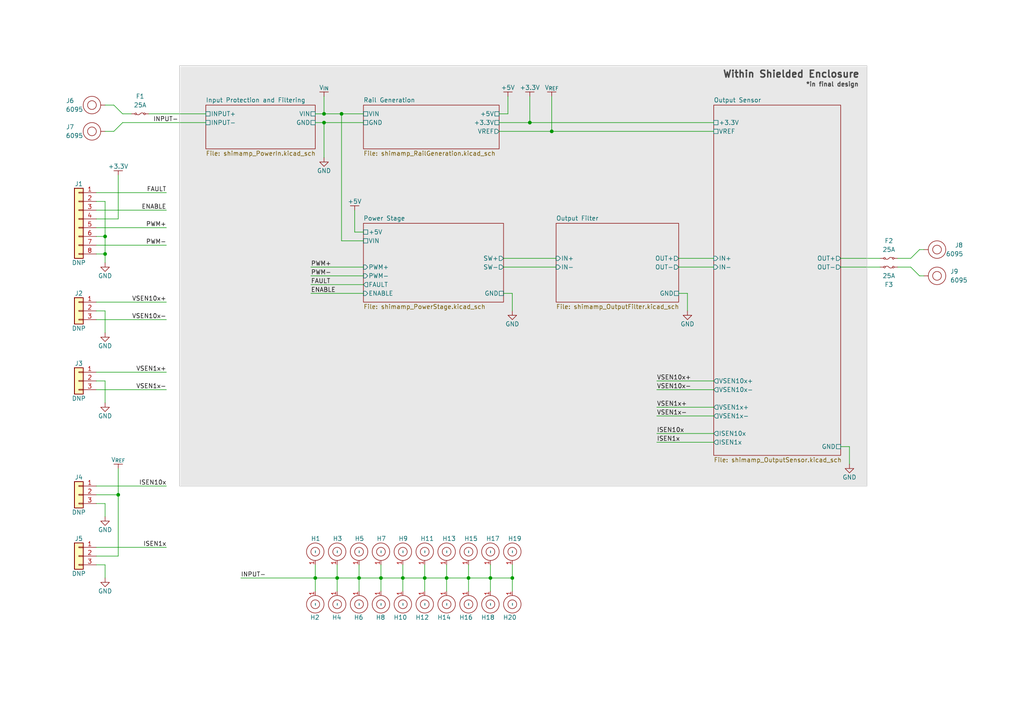
<source format=kicad_sch>
(kicad_sch (version 20230121) (generator eeschema)
  (paper "A4")
  (title_block (title "Shim Amplifier Prototype") (date "2023-08-01") (rev "A.1") (company "Ishaan Govindarajan"))
  (lib_symbols
    (symbol "Connector_Generic:Conn_01x03" (pin_names (offset 1.016) hide)
      (property "Reference" "J" (at 0 5.08 0))
      (property "Value" "Conn_01x03" (at 0 -5.08 0))
      (symbol "Conn_01x03_1_1"
        (rectangle (start -1.27 -2.413) (end 0 -2.667) (stroke (width 0.1524)))
        (rectangle (start -1.27 0.127) (end 0 -0.127) (stroke (width 0.1524)))
        (rectangle (start -1.27 2.667) (end 0 2.413) (stroke (width 0.1524)))
        (rectangle (start -1.27 3.81) (end 1.27 -3.81) (stroke (width 0.254)) (fill (type background)))
        (pin passive line (at -5.08 2.54 0) (length 3.81) (name "Pin_1") (number "1"))
        (pin passive line (at -5.08 0 0) (length 3.81) (name "Pin_2") (number "2"))
        (pin passive line (at -5.08 -2.54 0) (length 3.81) (name "Pin_3") (number "3"))
      )
    )
    (symbol "Connector_Generic:Conn_01x08" (pin_names (offset 1.016) hide)
      (property "Reference" "J" (at 0 10.16 0))
      (property "Value" "Conn_01x08" (at 0 -12.7 0))
      (symbol "Conn_01x08_1_1"
        (rectangle (start -1.27 -10.033) (end 0 -10.287) (stroke (width 0.1524)))
        (rectangle (start -1.27 -7.493) (end 0 -7.747) (stroke (width 0.1524)))
        (rectangle (start -1.27 -4.953) (end 0 -5.207) (stroke (width 0.1524)))
        (rectangle (start -1.27 -2.413) (end 0 -2.667) (stroke (width 0.1524)))
        (rectangle (start -1.27 0.127) (end 0 -0.127) (stroke (width 0.1524)))
        (rectangle (start -1.27 2.667) (end 0 2.413) (stroke (width 0.1524)))
        (rectangle (start -1.27 5.207) (end 0 4.953) (stroke (width 0.1524)))
        (rectangle (start -1.27 7.747) (end 0 7.493) (stroke (width 0.1524)))
        (rectangle (start -1.27 8.89) (end 1.27 -11.43) (stroke (width 0.254)) (fill (type background)))
        (pin passive line (at -5.08 7.62 0) (length 3.81) (name "Pin_1") (number "1"))
        (pin passive line (at -5.08 5.08 0) (length 3.81) (name "Pin_2") (number "2"))
        (pin passive line (at -5.08 2.54 0) (length 3.81) (name "Pin_3") (number "3"))
        (pin passive line (at -5.08 0 0) (length 3.81) (name "Pin_4") (number "4"))
        (pin passive line (at -5.08 -2.54 0) (length 3.81) (name "Pin_5") (number "5"))
        (pin passive line (at -5.08 -5.08 0) (length 3.81) (name "Pin_6") (number "6"))
        (pin passive line (at -5.08 -7.62 0) (length 3.81) (name "Pin_7") (number "7"))
        (pin passive line (at -5.08 -10.16 0) (length 3.81) (name "Pin_8") (number "8"))
      )
    )
    (symbol "Custom-CircuitProtection:0685H9250-01" (pin_numbers hide) (pin_names (offset 0.254) hide)
      (property "Reference" "F" (at 0 -1.524 0))
      (property "Value" "25A" (at 0 1.524 0))
      (symbol "0685H9250-01_0_1"
        (circle (center -1.27 0) (radius 0.254))
        (arc (start -1.016 -0.127) (mid -0.4817 -0.2737) (end 0 0))
        (arc (start 1.016 0.127) (mid 0.4818 0.2727) (end 0 0))
        (circle (center 1.27 0) (radius 0.254))
      )
      (symbol "0685H9250-01_1_1"
        (pin passive line (at -2.54 0 0) (length 0.9525) (name "~") (number "1"))
        (pin passive line (at 2.54 0 180) (length 0.9525) (name "~") (number "2"))
      )
    )
    (symbol "Custom-Connector:KEYSTONE-6095"
      (property "Reference" "J" (at -2.54 2.54 0))
      (property "Value" "6095" (at 0 -3.81 0))
      (symbol "KEYSTONE-6095_0_1"
        (circle (center 0 0) (radius 1.27))
        (circle (center 0 0) (radius 2.54))
      )
      (symbol "KEYSTONE-6095_1_1"
        (pin passive line (at -3.81 0 0) (length 1.27) (name "") (number "1"))
      )
    )
    (symbol "Custom-Mechanical:PTH" (in_bom no)
      (property "Reference" "H" (at 0 3.81 0))
      (symbol "PTH_0_1"
        (circle (center 0 0) (radius 1.27))
        (circle (center 0 0) (radius 2.54))
      )
      (symbol "PTH_1_1"
        (pin input line (at 3.81 0 180) (length 1.25) (name "") (number "1"))
      )
    )
    (symbol "Custom-PwrSym:+3.3V" (power) (pin_names (offset 0))
      (property "Value" "+3.3V" (at 0 2.54 0))
      (symbol "+3.3V_0_1"
        (polyline (pts (xy -1.27 1.27) (xy 1.27 1.27)))
        (polyline (pts (xy 0 0) (xy 0 1.27)))
      )
      (symbol "+3.3V_1_1"
        (pin power_in line (at 0 0 90) (length 0) hide (name "+3.3V") (number "1"))
      )
    )
    (symbol "Custom-PwrSym:+5V" (power) (pin_names (offset 0))
      (property "Value" "+5V" (at 0 2.54 0))
      (symbol "+5V_0_1"
        (polyline (pts (xy -1.27 1.27) (xy 1.27 1.27)))
        (polyline (pts (xy 0 0) (xy 0 1.27)))
      )
      (symbol "+5V_1_1"
        (pin power_in line (at 0 0 90) (length 0) hide (name "+5V") (number "1"))
      )
    )
    (symbol "Custom-PwrSym:VIN" (power) (pin_names (offset 0))
      (property "Value" "V_{IN}" (at 0 2.54 0))
      (symbol "VIN_0_1"
        (polyline (pts (xy -1.27 1.27) (xy 1.27 1.27)))
        (polyline (pts (xy 0 0) (xy 0 1.27)))
      )
      (symbol "VIN_1_1"
        (pin power_in line (at 0 0 90) (length 0) hide (name "V_{IN}") (number "1"))
      )
    )
    (symbol "Custom-PwrSym:VREF" (power) (pin_names (offset 0))
      (property "Value" "V_{REF}" (at 0 2.54 0))
      (symbol "VREF_0_1"
        (polyline (pts (xy -1.27 1.27) (xy 1.27 1.27)))
        (polyline (pts (xy 0 0) (xy 0 1.27)))
      )
      (symbol "VREF_1_1"
        (pin power_in line (at 0 0 90) (length 0) hide (name "V_{REF}") (number "1"))
      )
    )
    (symbol "power:GND" (power) (pin_names (offset 0))
      (property "Value" "GND" (at 0 -3.81 0))
      (symbol "GND_0_1"
        (polyline (pts (xy 0 0) (xy 0 -1.27) (xy 1.27 -1.27) (xy 0 -2.54) (xy -1.27 -1.27) (xy 0 -1.27)))
      )
      (symbol "GND_1_1"
        (pin power_in line (at 0 0 270) (length 0) hide (name "GND") (number "1"))
      )
    )
  )
  (junction (at 34.29 143.51))
  (junction (at 30.48 73.66))
  (junction (at 123.19 167.64))
  (junction (at 104.14 167.64))
  (junction (at 99.06 33.02))
  (junction (at 129.54 167.64))
  (junction (at 91.44 167.64))
  (junction (at 148.59 167.64))
  (junction (at 30.48 68.58))
  (junction (at 110.49 167.64))
  (junction (at 135.89 167.64))
  (junction (at 116.84 167.64))
  (junction (at 93.98 33.02))
  (junction (at 160.02 38.1))
  (junction (at 93.98 35.56))
  (junction (at 153.67 35.56))
  (junction (at 142.24 167.64))
  (junction (at 97.79 167.64))
  (wire (pts (xy 243.84 74.93) (xy 255.27 74.93)))
  (wire (pts (xy 196.85 77.47) (xy 207.01 77.47)))
  (wire (pts (xy 34.29 143.51) (xy 34.29 135.89)))
  (wire (pts (xy 91.44 33.02) (xy 93.98 33.02)))
  (wire (pts (xy 33.02 38.1) (xy 35.56 35.56)))
  (wire (pts (xy 144.78 33.02) (xy 147.32 33.02)))
  (wire (pts (xy 146.05 85.09) (xy 148.59 85.09)))
  (wire (pts (xy 97.79 167.64) (xy 97.79 171.45)))
  (wire (pts (xy 27.94 107.95) (xy 48.26 107.95)))
  (wire (pts (xy 199.39 85.09) (xy 199.39 90.17)))
  (wire (pts (xy 160.02 27.94) (xy 160.02 38.1)))
  (wire (pts (xy 196.85 74.93) (xy 207.01 74.93)))
  (wire (pts (xy 99.06 33.02) (xy 105.41 33.02)))
  (wire (pts (xy 110.49 167.64) (xy 116.84 167.64)))
  (wire (pts (xy 260.35 74.93) (xy 264.16 74.93)))
  (wire (pts (xy 30.48 163.83) (xy 30.48 167.64)))
  (wire (pts (xy 207.01 128.27) (xy 190.5 128.27)))
  (wire (pts (xy 153.67 27.94) (xy 153.67 35.56)))
  (wire (pts (xy 27.94 55.88) (xy 48.26 55.88)))
  (wire (pts (xy 30.48 110.49) (xy 30.48 116.84)))
  (wire (pts (xy 93.98 27.94) (xy 93.98 33.02)))
  (wire (pts (xy 27.94 140.97) (xy 48.26 140.97)))
  (wire (pts (xy 35.56 33.02) (xy 38.1 33.02)))
  (wire (pts (xy 196.85 85.09) (xy 199.39 85.09)))
  (wire (pts (xy 105.41 69.85) (xy 99.06 69.85)))
  (wire (pts (xy 104.14 167.64) (xy 110.49 167.64)))
  (wire (pts (xy 99.06 69.85) (xy 99.06 33.02)))
  (wire (pts (xy 123.19 167.64) (xy 129.54 167.64)))
  (wire (pts (xy 266.7 80.01) (xy 267.97 80.01)))
  (wire (pts (xy 91.44 167.64) (xy 97.79 167.64)))
  (wire (pts (xy 135.89 167.64) (xy 135.89 171.45)))
  (wire (pts (xy 160.02 38.1) (xy 207.01 38.1)))
  (wire (pts (xy 207.01 125.73) (xy 190.5 125.73)))
  (wire (pts (xy 207.01 120.65) (xy 190.5 120.65)))
  (wire (pts (xy 104.14 163.83) (xy 104.14 167.64)))
  (wire (pts (xy 135.89 167.64) (xy 142.24 167.64)))
  (wire (pts (xy 129.54 167.64) (xy 135.89 167.64)))
  (wire (pts (xy 27.94 110.49) (xy 30.48 110.49)))
  (wire (pts (xy 27.94 68.58) (xy 30.48 68.58)))
  (wire (pts (xy 27.94 63.5) (xy 34.29 63.5)))
  (wire (pts (xy 91.44 167.64) (xy 91.44 171.45)))
  (wire (pts (xy 146.05 74.93) (xy 161.29 74.93)))
  (wire (pts (xy 135.89 163.83) (xy 135.89 167.64)))
  (wire (pts (xy 30.48 38.1) (xy 33.02 38.1)))
  (wire (pts (xy 27.94 92.71) (xy 48.26 92.71)))
  (wire (pts (xy 27.94 158.75) (xy 48.26 158.75)))
  (wire (pts (xy 27.94 71.12) (xy 48.26 71.12)))
  (wire (pts (xy 116.84 167.64) (xy 123.19 167.64)))
  (wire (pts (xy 30.48 68.58) (xy 30.48 73.66)))
  (wire (pts (xy 97.79 167.64) (xy 104.14 167.64)))
  (wire (pts (xy 243.84 129.54) (xy 246.38 129.54)))
  (wire (pts (xy 153.67 35.56) (xy 207.01 35.56)))
  (wire (pts (xy 123.19 163.83) (xy 123.19 167.64)))
  (wire (pts (xy 30.48 146.05) (xy 30.48 149.86)))
  (wire (pts (xy 147.32 33.02) (xy 147.32 27.94)))
  (wire (pts (xy 35.56 33.02) (xy 33.02 30.48)))
  (wire (pts (xy 116.84 167.64) (xy 116.84 171.45)))
  (wire (pts (xy 93.98 35.56) (xy 105.41 35.56)))
  (wire (pts (xy 93.98 33.02) (xy 99.06 33.02)))
  (wire (pts (xy 90.17 85.09) (xy 105.41 85.09)))
  (wire (pts (xy 27.94 58.42) (xy 30.48 58.42)))
  (wire (pts (xy 91.44 35.56) (xy 93.98 35.56)))
  (wire (pts (xy 102.87 67.31) (xy 105.41 67.31)))
  (wire (pts (xy 93.98 35.56) (xy 93.98 45.72)))
  (wire (pts (xy 207.01 110.49) (xy 190.5 110.49)))
  (wire (pts (xy 110.49 163.83) (xy 110.49 167.64)))
  (wire (pts (xy 142.24 167.64) (xy 148.59 167.64)))
  (wire (pts (xy 267.97 72.39) (xy 266.7 72.39)))
  (wire (pts (xy 142.24 163.83) (xy 142.24 167.64)))
  (wire (pts (xy 129.54 163.83) (xy 129.54 167.64)))
  (wire (pts (xy 104.14 167.64) (xy 104.14 171.45)))
  (wire (pts (xy 27.94 73.66) (xy 30.48 73.66)))
  (wire (pts (xy 27.94 161.29) (xy 34.29 161.29)))
  (wire (pts (xy 144.78 35.56) (xy 153.67 35.56)))
  (wire (pts (xy 260.35 77.47) (xy 264.16 77.47)))
  (wire (pts (xy 27.94 60.96) (xy 48.26 60.96)))
  (wire (pts (xy 110.49 167.64) (xy 110.49 171.45)))
  (wire (pts (xy 34.29 50.8) (xy 34.29 63.5)))
  (wire (pts (xy 30.48 73.66) (xy 30.48 76.2)))
  (wire (pts (xy 142.24 167.64) (xy 142.24 171.45)))
  (wire (pts (xy 207.01 113.03) (xy 190.5 113.03)))
  (wire (pts (xy 97.79 163.83) (xy 97.79 167.64)))
  (wire (pts (xy 129.54 167.64) (xy 129.54 171.45)))
  (wire (pts (xy 264.16 77.47) (xy 266.7 80.01)))
  (wire (pts (xy 264.16 74.93) (xy 266.7 72.39)))
  (wire (pts (xy 91.44 163.83) (xy 91.44 167.64)))
  (wire (pts (xy 148.59 167.64) (xy 148.59 171.45)))
  (wire (pts (xy 35.56 35.56) (xy 59.69 35.56)))
  (wire (pts (xy 90.17 77.47) (xy 105.41 77.47)))
  (wire (pts (xy 30.48 90.17) (xy 30.48 96.52)))
  (wire (pts (xy 27.94 90.17) (xy 30.48 90.17)))
  (wire (pts (xy 69.85 167.64) (xy 91.44 167.64)))
  (wire (pts (xy 90.17 82.55) (xy 105.41 82.55)))
  (wire (pts (xy 243.84 77.47) (xy 255.27 77.47)))
  (wire (pts (xy 27.94 146.05) (xy 30.48 146.05)))
  (wire (pts (xy 34.29 161.29) (xy 34.29 143.51)))
  (wire (pts (xy 146.05 77.47) (xy 161.29 77.47)))
  (wire (pts (xy 246.38 129.54) (xy 246.38 134.62)))
  (wire (pts (xy 148.59 163.83) (xy 148.59 167.64)))
  (wire (pts (xy 27.94 87.63) (xy 48.26 87.63)))
  (wire (pts (xy 90.17 80.01) (xy 105.41 80.01)))
  (wire (pts (xy 102.87 60.96) (xy 102.87 67.31)))
  (wire (pts (xy 27.94 66.04) (xy 48.26 66.04)))
  (wire (pts (xy 123.19 167.64) (xy 123.19 171.45)))
  (wire (pts (xy 207.01 118.11) (xy 190.5 118.11)))
  (wire (pts (xy 43.18 33.02) (xy 59.69 33.02)))
  (wire (pts (xy 27.94 113.03) (xy 48.26 113.03)))
  (wire (pts (xy 30.48 58.42) (xy 30.48 68.58)))
  (wire (pts (xy 27.94 143.51) (xy 34.29 143.51)))
  (wire (pts (xy 116.84 163.83) (xy 116.84 167.64)))
  (wire (pts (xy 27.94 163.83) (xy 30.48 163.83)))
  (wire (pts (xy 144.78 38.1) (xy 160.02 38.1)))
  (wire (pts (xy 148.59 85.09) (xy 148.59 90.17)))
  (wire (pts (xy 30.48 30.48) (xy 33.02 30.48)))
  (rectangle (start 52.07 19.05) (end 251.46 140.97) (stroke (width 0) (color 194 194 194 1)) (fill (type color) (color 232 232 232 1)))
  (text "*in final design" (at 233.68 25.4 0) (effects (font (size 1.27 1.27) (thickness 0.254) bold) (justify left bottom)))
  (text "Within Shielded Enclosure" (at 209.55 22.86 0) (effects (font (size 2 2) (thickness 0.4) bold) (justify left bottom)))
  (label "VSEN10x-" (at 48.26 92.71 180))
  (label "VSEN1x+" (at 48.26 107.95 180))
  (label "ISEN1x" (at 48.26 158.75 180))
  (label "ISEN10x" (at 48.26 140.97 180))
  (label "VSEN10x+" (at 190.5 110.49 0))
  (label "FAULT" (at 48.26 55.88 180))
  (label "ISEN10x" (at 190.5 125.73 0))
  (label "VSEN10x+" (at 48.26 87.63 180))
  (label "VSEN10x-" (at 190.5 113.03 0))
  (label "PWM+" (at 90.17 77.47 0))
  (label "PWM-" (at 90.17 80.01 0))
  (label "VSEN1x+" (at 190.5 118.11 0))
  (label "ENABLE" (at 90.17 85.09 0))
  (label "VSEN1x-" (at 48.26 113.03 180))
  (label "INPUT-" (at 69.85 167.64 0))
  (label "PWM+" (at 48.26 66.04 180))
  (label "INPUT-" (at 44.45 35.56 0))
  (label "FAULT" (at 90.17 82.55 0))
  (label "PWM-" (at 48.26 71.12 180))
  (label "ISEN1x" (at 190.5 128.27 0))
  (label "ENABLE" (at 48.26 60.96 180))
  (label "VSEN1x-" (at 190.5 120.65 0))
  (symbol (lib_id "Connector_Generic:Conn_01x03") (at 22.86 143.51 0) (mirror y) (unit 1)
    (property "Reference" "J4" (at 22.86 138.43 0))
    (property "Value" "DNP" (at 22.86 148.59 0))
    (property "Footprint" "Connector_PinHeader_2.54mm:PinHeader_1x03_P2.54mm_Vertical" (effects hide))
  )
  (symbol (lib_id "Custom-PwrSym:VIN") (at 93.98 27.94 0) (unit 1)
    (property "Reference" "#PWR08" (effects hide))
    (property "Value" "V_{IN}" (at 93.98 25.4 0))
  )
  (symbol (lib_id "Custom-Mechanical:PTH") (at 142.24 160.02 270) (unit 1) (in_bom no)
    (property "Reference" "H17" (at 140.97 156.21 90) (effects (justify left)))
    (property "Value" "~" (at 142.24 160.02 0))
    (property "Footprint" "Custom-Mechanical:MountingHole-3mm_small_annulus" (effects hide))
  )
  (symbol (lib_id "Connector_Generic:Conn_01x03") (at 22.86 90.17 0) (mirror y) (unit 1)
    (property "Reference" "J2" (at 22.86 85.09 0))
    (property "Value" "DNP" (at 22.86 95.25 0))
    (property "Footprint" "Connector_PinHeader_2.54mm:PinHeader_1x03_P2.54mm_Vertical" (effects hide))
  )
  (symbol (lib_id "Custom-Mechanical:PTH") (at 116.84 175.26 90) (unit 1) (in_bom no)
    (property "Reference" "H10" (at 118.11 179.07 90) (effects (justify left)))
    (property "Value" "~" (at 116.84 175.26 0))
    (property "Footprint" "Custom-Mechanical:MountingHole-3mm_small_annulus" (effects hide))
  )
  (symbol (lib_id "power:GND") (at 199.39 90.17 0) (unit 1)
    (property "Reference" "#PWR015" (effects hide))
    (property "Value" "GND" (at 199.39 93.98 0))
  )
  (symbol (lib_id "Custom-PwrSym:+5V") (at 102.87 60.96 0) (unit 1)
    (property "Reference" "#PWR010" (effects hide))
    (property "Value" "+5V" (at 102.87 58.42 0))
  )
  (symbol (lib_id "Custom-Mechanical:PTH") (at 142.24 175.26 90) (unit 1) (in_bom no)
    (property "Reference" "H18" (at 143.51 179.07 90) (effects (justify left)))
    (property "Value" "~" (at 142.24 175.26 0))
    (property "Footprint" "Custom-Mechanical:MountingHole-3mm_small_annulus" (effects hide))
  )
  (symbol (lib_id "Connector_Generic:Conn_01x08") (at 22.86 63.5 0) (mirror y) (unit 1)
    (property "Reference" "J1" (at 22.86 53.34 0))
    (property "Value" "DNP" (at 22.86 76.2 0))
    (property "Footprint" "Connector_PinHeader_2.54mm:PinHeader_1x08_P2.54mm_Vertical" (effects hide))
  )
  (symbol (lib_id "Custom-Mechanical:PTH") (at 104.14 160.02 270) (unit 1) (in_bom no)
    (property "Reference" "H5" (at 102.87 156.21 90) (effects (justify left)))
    (property "Value" "~" (at 104.14 160.02 0))
    (property "Footprint" "Custom-Mechanical:MountingHole-3mm_small_annulus" (effects hide))
  )
  (symbol (lib_id "Custom-Connector:KEYSTONE-6095") (at 26.67 38.1 0) (mirror y) (unit 1)
    (property "Reference" "J7" (at 20.32 36.83 0))
    (property "Value" "6095" (at 21.59 39.37 0))
    (property "Footprint" "Custom-Electromechanical:Keystone 6095" (effects hide))
    (property "Datasheet" "https://www.keyelco.com/userAssets/file/M65p111.pdf" (effects hide))
    (property "Manufacturer" "Keystone Electronics" (effects hide))
    (property "Part Number" "6095" (effects hide))
  )
  (symbol (lib_id "Custom-PwrSym:+3.3V") (at 34.29 50.8 0) (unit 1)
    (property "Reference" "#PWR06" (effects hide))
    (property "Value" "+3.3V" (at 34.29 48.26 0))
  )
  (symbol (lib_id "Custom-Mechanical:PTH") (at 129.54 175.26 90) (unit 1) (in_bom no)
    (property "Reference" "H14" (at 130.81 179.07 90) (effects (justify left)))
    (property "Value" "~" (at 129.54 175.26 0))
    (property "Footprint" "Custom-Mechanical:MountingHole-3mm_small_annulus" (effects hide))
  )
  (symbol (lib_id "Custom-PwrSym:+3.3V") (at 153.67 27.94 0) (unit 1)
    (property "Reference" "#PWR013" (effects hide))
    (property "Value" "+3.3V" (at 153.67 25.4 0))
  )
  (symbol (lib_id "power:GND") (at 148.59 90.17 0) (unit 1)
    (property "Reference" "#PWR012" (effects hide))
    (property "Value" "GND" (at 148.59 93.98 0))
  )
  (symbol (lib_id "Custom-CircuitProtection:0685H9250-01") (at 40.64 33.02 0) (unit 1)
    (property "Reference" "F1" (at 40.64 27.94 0))
    (property "Value" "25A" (at 40.64 30.48 0))
    (property "Footprint" "Fuse:Fuse_1206_3216Metric_Pad1.42x1.75mm_HandSolder" (effects hide))
    (property "Datasheet" "https://www.belfuse.com/resources/datasheets/circuitprotection/ds-cp-c1h-series.pdf" (effects hide))
    (property "Manufacturer" "Bel Fuse Inc." (effects hide))
    (property "Part Number" "0685H9250-01" (effects hide))
  )
  (symbol (lib_id "Custom-Mechanical:PTH") (at 91.44 175.26 90) (unit 1) (in_bom no)
    (property "Reference" "H2" (at 92.71 179.07 90) (effects (justify left)))
    (property "Value" "~" (at 91.44 175.26 0))
    (property "Footprint" "Custom-Mechanical:MountingHole-3mm_small_annulus" (effects hide))
  )
  (symbol (lib_id "power:GND") (at 30.48 149.86 0) (unit 1)
    (property "Reference" "#PWR04" (effects hide))
    (property "Value" "GND" (at 30.48 153.67 0))
  )
  (symbol (lib_id "Custom-Connector:KEYSTONE-6095") (at 271.78 72.39 0) (unit 1)
    (property "Reference" "J8" (at 278.13 71.12 0))
    (property "Value" "6095" (at 276.86 73.66 0))
    (property "Footprint" "Custom-Electromechanical:Keystone 6095" (effects hide))
    (property "Datasheet" "https://www.keyelco.com/userAssets/file/M65p111.pdf" (effects hide))
    (property "Manufacturer" "Keystone Electronics" (effects hide))
    (property "Part Number" "6095" (effects hide))
  )
  (symbol (lib_id "Custom-Mechanical:PTH") (at 104.14 175.26 90) (unit 1) (in_bom no)
    (property "Reference" "H6" (at 105.41 179.07 90) (effects (justify left)))
    (property "Value" "~" (at 104.14 175.26 0))
    (property "Footprint" "Custom-Mechanical:MountingHole-3mm_small_annulus" (effects hide))
  )
  (symbol (lib_id "Custom-Mechanical:PTH") (at 123.19 160.02 270) (unit 1) (in_bom no)
    (property "Reference" "H11" (at 121.92 156.21 90) (effects (justify left)))
    (property "Value" "~" (at 123.19 160.02 0))
    (property "Footprint" "Custom-Mechanical:MountingHole-3mm_small_annulus" (effects hide))
  )
  (symbol (lib_id "power:GND") (at 30.48 96.52 0) (unit 1)
    (property "Reference" "#PWR02" (effects hide))
    (property "Value" "GND" (at 30.48 100.33 0))
  )
  (symbol (lib_id "power:GND") (at 246.38 134.62 0) (unit 1)
    (property "Reference" "#PWR016" (effects hide))
    (property "Value" "GND" (at 246.38 138.43 0))
  )
  (symbol (lib_id "Custom-Mechanical:PTH") (at 116.84 160.02 270) (unit 1) (in_bom no)
    (property "Reference" "H9" (at 115.57 156.21 90) (effects (justify left)))
    (property "Value" "~" (at 116.84 160.02 0))
    (property "Footprint" "Custom-Mechanical:MountingHole-3mm_small_annulus" (effects hide))
  )
  (symbol (lib_id "Custom-PwrSym:+5V") (at 147.32 27.94 0) (unit 1)
    (property "Reference" "#PWR011" (effects hide))
    (property "Value" "+5V" (at 147.32 25.4 0))
  )
  (symbol (lib_id "Custom-Mechanical:PTH") (at 110.49 175.26 90) (unit 1) (in_bom no)
    (property "Reference" "H8" (at 111.76 179.07 90) (effects (justify left)))
    (property "Value" "~" (at 110.49 175.26 0))
    (property "Footprint" "Custom-Mechanical:MountingHole-3mm_small_annulus" (effects hide))
  )
  (symbol (lib_id "Custom-Connector:KEYSTONE-6095") (at 271.78 80.01 0) (unit 1)
    (property "Reference" "J9" (at 275.59 78.74 0) (effects (justify left)))
    (property "Value" "6095" (at 275.59 81.28 0) (effects (justify left)))
    (property "Footprint" "Custom-Electromechanical:Keystone 6095" (effects hide))
    (property "Datasheet" "https://www.keyelco.com/userAssets/file/M65p111.pdf" (effects hide))
    (property "Manufacturer" "Keystone Electronics" (effects hide))
    (property "Part Number" "6095" (effects hide))
  )
  (symbol (lib_id "Custom-Mechanical:PTH") (at 148.59 160.02 270) (unit 1) (in_bom no)
    (property "Reference" "H19" (at 147.32 156.21 90) (effects (justify left)))
    (property "Value" "~" (at 148.59 160.02 0))
    (property "Footprint" "Custom-Mechanical:MountingHole-3mm_small_annulus" (effects hide))
  )
  (symbol (lib_id "Custom-Mechanical:PTH") (at 110.49 160.02 270) (unit 1) (in_bom no)
    (property "Reference" "H7" (at 109.22 156.21 90) (effects (justify left)))
    (property "Value" "~" (at 110.49 160.02 0))
    (property "Footprint" "Custom-Mechanical:MountingHole-3mm_small_annulus" (effects hide))
  )
  (symbol (lib_id "Custom-Mechanical:PTH") (at 148.59 175.26 90) (unit 1) (in_bom no)
    (property "Reference" "H20" (at 149.86 179.07 90) (effects (justify left)))
    (property "Value" "~" (at 148.59 175.26 0))
    (property "Footprint" "Custom-Mechanical:MountingHole-3mm_small_annulus" (effects hide))
  )
  (symbol (lib_id "Custom-CircuitProtection:0685H9250-01") (at 257.81 74.93 0) (unit 1)
    (property "Reference" "F2" (at 257.81 69.85 0))
    (property "Value" "25A" (at 257.81 72.39 0))
    (property "Footprint" "Fuse:Fuse_1206_3216Metric_Pad1.42x1.75mm_HandSolder" (effects hide))
    (property "Datasheet" "https://www.belfuse.com/resources/datasheets/circuitprotection/ds-cp-c1h-series.pdf" (effects hide))
    (property "Manufacturer" "Bel Fuse Inc." (effects hide))
    (property "Part Number" "0685H9250-01" (effects hide))
  )
  (symbol (lib_id "Custom-Mechanical:PTH") (at 135.89 160.02 270) (unit 1) (in_bom no)
    (property "Reference" "H15" (at 134.62 156.21 90) (effects (justify left)))
    (property "Value" "~" (at 135.89 160.02 0))
    (property "Footprint" "Custom-Mechanical:MountingHole-3mm_small_annulus" (effects hide))
  )
  (symbol (lib_id "Custom-Mechanical:PTH") (at 129.54 160.02 270) (unit 1) (in_bom no)
    (property "Reference" "H13" (at 128.27 156.21 90) (effects (justify left)))
    (property "Value" "~" (at 129.54 160.02 0))
    (property "Footprint" "Custom-Mechanical:MountingHole-3mm_small_annulus" (effects hide))
  )
  (symbol (lib_id "Custom-CircuitProtection:0685H9250-01") (at 257.81 77.47 0) (mirror x) (unit 1)
    (property "Reference" "F3" (at 257.81 82.55 0))
    (property "Value" "25A" (at 257.81 80.01 0))
    (property "Footprint" "Fuse:Fuse_1206_3216Metric_Pad1.42x1.75mm_HandSolder" (effects hide))
    (property "Datasheet" "https://www.belfuse.com/resources/datasheets/circuitprotection/ds-cp-c1h-series.pdf" (effects hide))
    (property "Manufacturer" "Bel Fuse Inc." (effects hide))
    (property "Part Number" "0685H9250-01" (effects hide))
  )
  (symbol (lib_id "Custom-Connector:KEYSTONE-6095") (at 26.67 30.48 0) (mirror y) (unit 1)
    (property "Reference" "J6" (at 20.32 29.21 0))
    (property "Value" "6095" (at 21.59 31.75 0))
    (property "Footprint" "Custom-Electromechanical:Keystone 6095" (effects hide))
    (property "Datasheet" "https://www.keyelco.com/userAssets/file/M65p111.pdf" (effects hide))
    (property "Manufacturer" "Keystone Electronics" (effects hide))
    (property "Part Number" "6095" (effects hide))
  )
  (symbol (lib_id "Custom-Mechanical:PTH") (at 91.44 160.02 270) (unit 1) (in_bom no)
    (property "Reference" "H1" (at 90.17 156.21 90) (effects (justify left)))
    (property "Value" "~" (at 91.44 160.02 0))
    (property "Footprint" "Custom-Mechanical:MountingHole-3mm_small_annulus" (effects hide))
  )
  (symbol (lib_id "Custom-PwrSym:VREF") (at 34.29 135.89 0) (unit 1)
    (property "Reference" "#PWR07" (effects hide))
    (property "Value" "V_{REF}" (at 34.29 133.35 0))
  )
  (symbol (lib_id "power:GND") (at 93.98 45.72 0) (unit 1)
    (property "Reference" "#PWR09" (effects hide))
    (property "Value" "GND" (at 93.98 49.53 0))
  )
  (symbol (lib_id "Custom-Mechanical:PTH") (at 123.19 175.26 90) (unit 1) (in_bom no)
    (property "Reference" "H12" (at 124.46 179.07 90) (effects (justify left)))
    (property "Value" "~" (at 123.19 175.26 0))
    (property "Footprint" "Custom-Mechanical:MountingHole-3mm_small_annulus" (effects hide))
  )
  (symbol (lib_id "Connector_Generic:Conn_01x03") (at 22.86 161.29 0) (mirror y) (unit 1)
    (property "Reference" "J5" (at 22.86 156.21 0))
    (property "Value" "DNP" (at 22.86 166.37 0))
    (property "Footprint" "Connector_PinHeader_2.54mm:PinHeader_1x03_P2.54mm_Vertical" (effects hide))
  )
  (symbol (lib_id "Custom-PwrSym:VREF") (at 160.02 27.94 0) (unit 1)
    (property "Reference" "#PWR014" (effects hide))
    (property "Value" "V_{REF}" (at 160.02 25.4 0))
  )
  (symbol (lib_id "Connector_Generic:Conn_01x03") (at 22.86 110.49 0) (mirror y) (unit 1)
    (property "Reference" "J3" (at 22.86 105.41 0))
    (property "Value" "DNP" (at 22.86 115.57 0))
    (property "Footprint" "Connector_PinHeader_2.54mm:PinHeader_1x03_P2.54mm_Vertical" (effects hide))
  )
  (symbol (lib_id "power:GND") (at 30.48 76.2 0) (unit 1)
    (property "Reference" "#PWR01" (effects hide))
    (property "Value" "GND" (at 30.48 80.01 0))
  )
  (symbol (lib_id "Custom-Mechanical:PTH") (at 135.89 175.26 90) (unit 1) (in_bom no)
    (property "Reference" "H16" (at 137.16 179.07 90) (effects (justify left)))
    (property "Value" "~" (at 135.89 175.26 0))
    (property "Footprint" "Custom-Mechanical:MountingHole-3mm_small_annulus" (effects hide))
  )
  (symbol (lib_id "Custom-Mechanical:PTH") (at 97.79 160.02 270) (unit 1) (in_bom no)
    (property "Reference" "H3" (at 96.52 156.21 90) (effects (justify left)))
    (property "Value" "~" (at 97.79 160.02 0))
    (property "Footprint" "Custom-Mechanical:MountingHole-3mm_small_annulus" (effects hide))
  )
  (symbol (lib_id "Custom-Mechanical:PTH") (at 97.79 175.26 90) (unit 1) (in_bom no)
    (property "Reference" "H4" (at 99.06 179.07 90) (effects (justify left)))
    (property "Value" "~" (at 97.79 175.26 0))
    (property "Footprint" "Custom-Mechanical:MountingHole-3mm_small_annulus" (effects hide))
  )
  (symbol (lib_id "power:GND") (at 30.48 167.64 0) (unit 1)
    (property "Reference" "#PWR05" (effects hide))
    (property "Value" "GND" (at 30.48 171.45 0))
  )
  (symbol (lib_id "power:GND") (at 30.48 116.84 0) (unit 1)
    (property "Reference" "#PWR03" (effects hide))
    (property "Value" "GND" (at 30.48 120.65 0))
  )
  (sheet (at 105.41 64.77) (size 40.64 22.86) (stroke (width 0.1524)) (fill (color 255 255 194 1.0000))
    (property "Sheetname" "Power Stage" (at 105.41 64.0584 0) (effects (justify left bottom)))
    (property "Sheetfile" "shimamp_PowerStage.kicad_sch" (at 105.41 88.2146 0) (effects (justify left top)))
    (pin "ENABLE" input (at 105.41 85.09 180))
    (pin "FAULT" output (at 105.41 82.55 180))
    (pin "PWM-" input (at 105.41 80.01 180))
    (pin "PWM+" input (at 105.41 77.47 180))
    (pin "+5V" passive (at 105.41 67.31 180))
    (pin "VIN" passive (at 105.41 69.85 180))
    (pin "GND" passive (at 146.05 85.09 0))
    (pin "SW-" output (at 146.05 77.47 0))
    (pin "SW+" output (at 146.05 74.93 0))
  )
  (sheet (at 105.41 30.48) (size 39.37 12.7) (stroke (width 0.1524)) (fill (color 255 255 194 1.0000))
    (property "Sheetname" "Rail Generation" (at 105.41 29.7684 0) (effects (justify left bottom)))
    (property "Sheetfile" "shimamp_RailGeneration.kicad_sch" (at 105.41 43.7646 0) (effects (justify left top)))
    (pin "GND" passive (at 105.41 35.56 180))
    (pin "VREF" output (at 144.78 38.1 0))
    (pin "+5V" passive (at 144.78 33.02 0))
    (pin "+3.3V" passive (at 144.78 35.56 0))
    (pin "VIN" passive (at 105.41 33.02 180))
  )
  (sheet (at 207.01 30.48) (size 36.83 101.6) (stroke (width 0.1524)) (fill (color 255 255 194 1.0000))
    (property "Sheetname" "Output Sensor" (at 207.01 29.7684 0) (effects (justify left bottom)))
    (property "Sheetfile" "shimamp_OutputSensor.kicad_sch" (at 207.01 132.6646 0) (effects (justify left top)))
    (pin "+3.3V" passive (at 207.01 35.56 180))
    (pin "GND" passive (at 243.84 129.54 0))
    (pin "IN+" input (at 207.01 74.93 180))
    (pin "IN-" input (at 207.01 77.47 180))
    (pin "OUT+" output (at 243.84 74.93 0))
    (pin "VREF" passive (at 207.01 38.1 180))
    (pin "VSEN1x+" output (at 207.01 118.11 180))
    (pin "VSEN1x-" output (at 207.01 120.65 180))
    (pin "VSEN10x+" output (at 207.01 110.49 180))
    (pin "VSEN10x-" output (at 207.01 113.03 180))
    (pin "ISEN1x" output (at 207.01 128.27 180))
    (pin "ISEN10x" output (at 207.01 125.73 180))
    (pin "OUT-" output (at 243.84 77.47 0))
  )
  (sheet (at 59.69 30.48) (size 31.75 12.7) (stroke (width 0.1524)) (fill (color 255 255 194 1.0000))
    (property "Sheetname" "Input Protection and Filtering" (at 59.69 29.7684 0) (effects (justify left bottom)))
    (property "Sheetfile" "shimamp_PowerIn.kicad_sch" (at 59.69 43.7646 0) (effects (justify left top)))
    (pin "GND" passive (at 91.44 35.56 0))
    (pin "VIN" passive (at 91.44 33.02 0))
    (pin "INPUT-" passive (at 59.69 35.56 180))
    (pin "INPUT+" passive (at 59.69 33.02 180))
  )
  (sheet (at 161.29 64.77) (size 35.56 22.86) (stroke (width 0.1524)) (fill (color 255 255 194 1.0000))
    (property "Sheetname" "Output Filter" (at 161.29 64.0584 0) (effects (justify left bottom)))
    (property "Sheetfile" "shimamp_OutputFilter.kicad_sch" (at 161.29 88.2146 0) (effects (justify left top)))
    (pin "GND" passive (at 196.85 85.09 0))
    (pin "IN-" input (at 161.29 77.47 180))
    (pin "OUT+" output (at 196.85 74.93 0))
    (pin "IN+" input (at 161.29 74.93 180))
    (pin "OUT-" output (at 196.85 77.47 0))
  )
)
</source>
